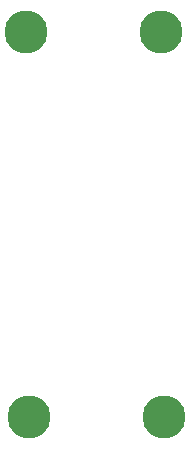
<source format=gbr>
%TF.GenerationSoftware,KiCad,Pcbnew,8.0.3*%
%TF.CreationDate,2024-12-07T23:26:37-06:00*%
%TF.ProjectId,CAN Over Ethernet,43414e20-4f76-4657-9220-45746865726e,rev?*%
%TF.SameCoordinates,Original*%
%TF.FileFunction,Legend,Bot*%
%TF.FilePolarity,Positive*%
%FSLAX46Y46*%
G04 Gerber Fmt 4.6, Leading zero omitted, Abs format (unit mm)*
G04 Created by KiCad (PCBNEW 8.0.3) date 2024-12-07 23:26:37*
%MOMM*%
%LPD*%
G01*
G04 APERTURE LIST*
%ADD10C,3.650000*%
G04 APERTURE END LIST*
D10*
%TO.C,J3*%
X91997500Y-51350000D03*
X80567500Y-51350000D03*
%TD*%
%TO.C,J1*%
X80802500Y-83887500D03*
X92232500Y-83887500D03*
%TD*%
M02*

</source>
